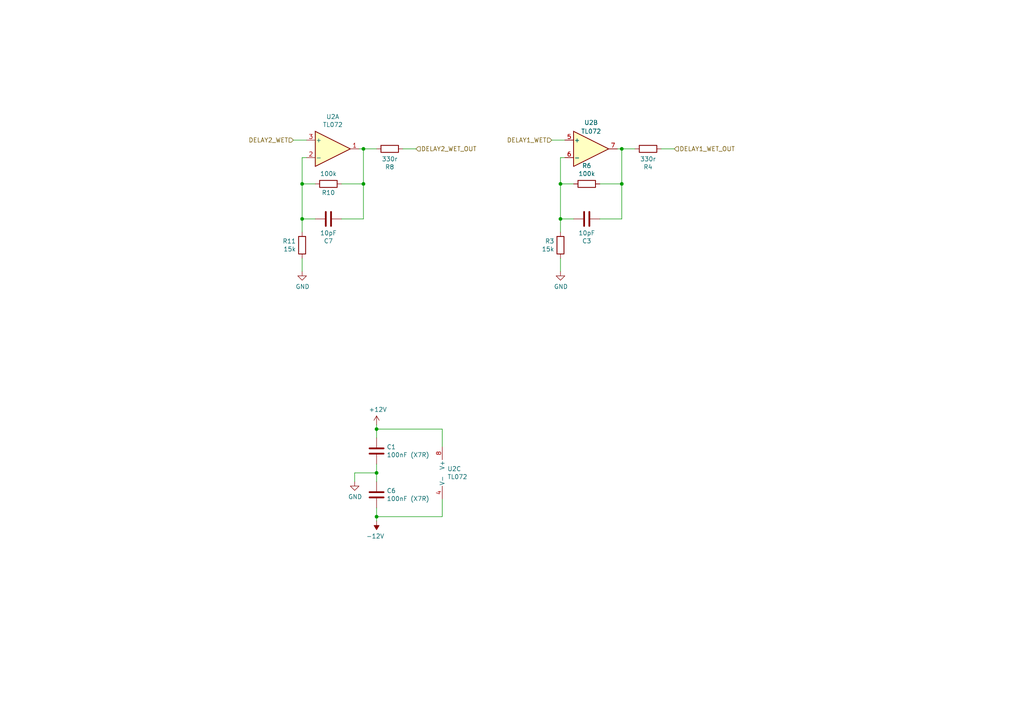
<source format=kicad_sch>
(kicad_sch (version 20211123) (generator eeschema)
  (paper "A4")
  (title_block (date "2022-03-04") (rev "v05") (comment 2 "creativecommons.org/licenses/by/4.0/") (comment 3 "License: CC BY 4.0") (comment 4 "Author: Guy John"))
  (lib_symbols
    (symbol "Amplifier_Operational:TL072" (pin_names (offset 0.127))
      (property "Reference" "U" (at 0 5.08 0))
      (property "Value" "TL072" (at 0 -5.08 0))
      (symbol "TL072_1_1"
        (polyline (pts (xy -5.08 5.08) (xy 5.08 0) (xy -5.08 -5.08) (xy -5.08 5.08)) (stroke (width 0.254)) (fill (type background)))
        (pin output line (at 7.62 0 180) (length 2.54) (name "~") (number "1"))
        (pin input line (at -7.62 -2.54 0) (length 2.54) (name "-") (number "2"))
        (pin input line (at -7.62 2.54 0) (length 2.54) (name "+") (number "3"))
      )
      (symbol "TL072_2_1"
        (polyline (pts (xy -5.08 5.08) (xy 5.08 0) (xy -5.08 -5.08) (xy -5.08 5.08)) (stroke (width 0.254)) (fill (type background)))
        (pin input line (at -7.62 2.54 0) (length 2.54) (name "+") (number "5"))
        (pin input line (at -7.62 -2.54 0) (length 2.54) (name "-") (number "6"))
        (pin output line (at 7.62 0 180) (length 2.54) (name "~") (number "7"))
      )
      (symbol "TL072_3_1"
        (pin power_in line (at -2.54 -7.62 90) (length 3.81) (name "V-") (number "4"))
        (pin power_in line (at -2.54 7.62 270) (length 3.81) (name "V+") (number "8"))
      )
    )
    (symbol "Device:C" (pin_numbers hide) (pin_names (offset 0.254))
      (property "Reference" "C" (at 0.635 2.54 0))
      (property "Value" "C" (at 0.635 -2.54 0))
      (symbol "C_0_1"
        (polyline (pts (xy -2.032 -0.762) (xy 2.032 -0.762)) (stroke (width 0.508)))
        (polyline (pts (xy -2.032 0.762) (xy 2.032 0.762)) (stroke (width 0.508)))
      )
      (symbol "C_1_1"
        (pin passive line (at 0 3.81 270) (length 2.794) (name "~") (number "1"))
        (pin passive line (at 0 -3.81 90) (length 2.794) (name "~") (number "2"))
      )
    )
    (symbol "Device:R" (pin_numbers hide) (pin_names (offset 0))
      (property "Reference" "R" (at 2.032 0 90))
      (property "Value" "R" (at 0 0 90))
      (symbol "R_0_1"
        (rectangle (start -1.016 -2.54) (end 1.016 2.54) (stroke (width 0.254)))
      )
      (symbol "R_1_1"
        (pin passive line (at 0 3.81 270) (length 1.27) (name "~") (number "1"))
        (pin passive line (at 0 -3.81 90) (length 1.27) (name "~") (number "2"))
      )
    )
    (symbol "power:+12V" (power) (pin_names (offset 0))
      (property "Value" "+12V" (at 0 3.556 0))
      (symbol "+12V_0_1"
        (polyline (pts (xy -0.762 1.27) (xy 0 2.54)))
        (polyline (pts (xy 0 0) (xy 0 2.54)))
        (polyline (pts (xy 0 2.54) (xy 0.762 1.27)))
      )
      (symbol "+12V_1_1"
        (pin power_in line (at 0 0 90) (length 0) hide (name "+12V") (number "1"))
      )
    )
    (symbol "power:-12V" (power) (pin_names (offset 0))
      (property "Value" "-12V" (at 0 3.81 0))
      (symbol "-12V_0_0"
        (pin power_in line (at 0 0 90) (length 0) hide (name "-12V") (number "1"))
      )
      (symbol "-12V_0_1"
        (polyline (pts (xy 0 0) (xy 0 1.27) (xy 0.762 1.27) (xy 0 2.54) (xy -0.762 1.27) (xy 0 1.27)) (fill (type outline)))
      )
    )
    (symbol "power:GND" (power) (pin_names (offset 0))
      (property "Value" "GND" (at 0 -3.81 0))
      (symbol "GND_0_1"
        (polyline (pts (xy 0 0) (xy 0 -1.27) (xy 1.27 -1.27) (xy 0 -2.54) (xy -1.27 -1.27) (xy 0 -1.27)))
      )
      (symbol "GND_1_1"
        (pin power_in line (at 0 0 270) (length 0) hide (name "GND") (number "1"))
      )
    )
  )
  (junction (at 109.22 124.46))
  (junction (at 180.34 43.18))
  (junction (at 162.56 63.5))
  (junction (at 162.56 53.34))
  (junction (at 87.63 53.34))
  (junction (at 109.22 149.86))
  (junction (at 105.41 43.18))
  (junction (at 180.34 53.34))
  (junction (at 105.41 53.34))
  (junction (at 109.22 137.16))
  (junction (at 87.63 63.5))
  (wire (pts (xy 105.41 43.18) (xy 109.22 43.18)))
  (wire (pts (xy 109.22 139.7) (xy 109.22 137.16)))
  (wire (pts (xy 85.09 40.64) (xy 88.9 40.64)))
  (wire (pts (xy 128.27 124.46) (xy 128.27 129.54)))
  (wire (pts (xy 173.99 63.5) (xy 180.34 63.5)))
  (wire (pts (xy 99.06 53.34) (xy 105.41 53.34)))
  (wire (pts (xy 102.87 137.16) (xy 102.87 139.7)))
  (wire (pts (xy 109.22 149.86) (xy 128.27 149.86)))
  (wire (pts (xy 109.22 124.46) (xy 128.27 124.46)))
  (wire (pts (xy 109.22 124.46) (xy 109.22 127)))
  (wire (pts (xy 179.07 43.18) (xy 180.34 43.18)))
  (wire (pts (xy 87.63 63.5) (xy 87.63 67.31)))
  (wire (pts (xy 191.77 43.18) (xy 195.58 43.18)))
  (wire (pts (xy 180.34 53.34) (xy 180.34 43.18)))
  (wire (pts (xy 116.84 43.18) (xy 120.65 43.18)))
  (wire (pts (xy 162.56 74.93) (xy 162.56 78.74)))
  (wire (pts (xy 104.14 43.18) (xy 105.41 43.18)))
  (wire (pts (xy 160.02 40.64) (xy 163.83 40.64)))
  (wire (pts (xy 128.27 149.86) (xy 128.27 144.78)))
  (wire (pts (xy 109.22 149.86) (xy 109.22 147.32)))
  (wire (pts (xy 105.41 53.34) (xy 105.41 43.18)))
  (wire (pts (xy 87.63 53.34) (xy 87.63 63.5)))
  (wire (pts (xy 162.56 53.34) (xy 166.37 53.34)))
  (wire (pts (xy 162.56 45.72) (xy 162.56 53.34)))
  (wire (pts (xy 105.41 63.5) (xy 105.41 53.34)))
  (wire (pts (xy 180.34 63.5) (xy 180.34 53.34)))
  (wire (pts (xy 99.06 63.5) (xy 105.41 63.5)))
  (wire (pts (xy 180.34 43.18) (xy 184.15 43.18)))
  (wire (pts (xy 162.56 63.5) (xy 162.56 67.31)))
  (wire (pts (xy 109.22 151.13) (xy 109.22 149.86)))
  (wire (pts (xy 162.56 63.5) (xy 166.37 63.5)))
  (wire (pts (xy 87.63 63.5) (xy 91.44 63.5)))
  (wire (pts (xy 109.22 137.16) (xy 102.87 137.16)))
  (wire (pts (xy 87.63 45.72) (xy 88.9 45.72)))
  (wire (pts (xy 87.63 45.72) (xy 87.63 53.34)))
  (wire (pts (xy 162.56 45.72) (xy 163.83 45.72)))
  (wire (pts (xy 162.56 53.34) (xy 162.56 63.5)))
  (wire (pts (xy 109.22 124.46) (xy 109.22 123.19)))
  (wire (pts (xy 109.22 137.16) (xy 109.22 134.62)))
  (wire (pts (xy 173.99 53.34) (xy 180.34 53.34)))
  (wire (pts (xy 87.63 53.34) (xy 91.44 53.34)))
  (wire (pts (xy 87.63 74.93) (xy 87.63 78.74)))
  (hierarchical_label "DELAY2_WET" (shape input) (at 85.09 40.64 180))
  (hierarchical_label "DELAY1_WET" (shape input) (at 160.02 40.64 180))
  (hierarchical_label "DELAY1_WET_OUT" (shape input) (at 195.58 43.18 0))
  (hierarchical_label "DELAY2_WET_OUT" (shape input) (at 120.65 43.18 0))
  (symbol (lib_id "Device:R") (at 87.63 71.12 0) (mirror x) (unit 1)
    (property "Reference" "R11" (at 85.852 69.9516 0) (effects (justify right)))
    (property "Value" "15k" (at 85.852 72.263 0) (effects (justify right)))
    (property "Footprint" "Rumblesan_Footprints:Resistor_THT_L6.3mm_D2.5mm_P10.16mm_Horizontal" (effects hide))
  )
  (symbol (lib_id "Device:C") (at 95.25 63.5 270) (mirror x) (unit 1)
    (property "Reference" "C7" (at 95.25 69.9008 90))
    (property "Value" "10pF" (at 95.25 67.5894 90))
    (property "Footprint" "Rumblesan_Footprints:C_Rect_L7.0mm_W3.5mm_P5.00mm" (effects hide))
  )
  (symbol (lib_id "Device:R") (at 95.25 53.34 270) (mirror x) (unit 1)
    (property "Reference" "R10" (at 95.25 55.88 90))
    (property "Value" "100k" (at 95.25 50.3936 90))
    (property "Footprint" "Rumblesan_Footprints:Resistor_THT_L6.3mm_D2.5mm_P10.16mm_Horizontal" (effects hide))
  )
  (symbol (lib_id "Amplifier_Operational:TL072") (at 171.45 43.18 0) (unit 2)
    (property "Reference" "U2" (at 171.45 35.56 0))
    (property "Value" "TL072" (at 171.45 38.1 0))
    (property "Footprint" "Rumblesan_Footprints:DIP-8_W7.62mm_Socket" (effects hide))
    (property "Datasheet" "http://www.ti.com/lit/ds/symlink/tl071.pdf" (effects hide))
  )
  (symbol (lib_id "Device:R") (at 162.56 71.12 0) (mirror x) (unit 1)
    (property "Reference" "R3" (at 160.782 69.9516 0) (effects (justify right)))
    (property "Value" "15k" (at 160.782 72.263 0) (effects (justify right)))
    (property "Footprint" "Rumblesan_Footprints:Resistor_THT_L6.3mm_D2.5mm_P10.16mm_Horizontal" (effects hide))
  )
  (symbol (lib_id "Device:C") (at 170.18 63.5 270) (mirror x) (unit 1)
    (property "Reference" "C3" (at 170.18 69.9008 90))
    (property "Value" "10pF" (at 170.18 67.5894 90))
    (property "Footprint" "Rumblesan_Footprints:C_Rect_L7.0mm_W3.5mm_P5.00mm" (effects hide))
  )
  (symbol (lib_id "Amplifier_Operational:TL072") (at 96.52 43.18 0) (unit 1)
    (property "Reference" "U2" (at 96.52 33.8582 0))
    (property "Value" "TL072" (at 96.52 36.1696 0))
    (property "Footprint" "Rumblesan_Footprints:DIP-8_W7.62mm_Socket" (effects hide))
    (property "Datasheet" "http://www.ti.com/lit/ds/symlink/tl071.pdf" (effects hide))
  )
  (symbol (lib_id "Device:R") (at 170.18 53.34 270) (mirror x) (unit 1)
    (property "Reference" "R6" (at 170.18 48.0822 90))
    (property "Value" "100k" (at 170.18 50.3936 90))
    (property "Footprint" "Rumblesan_Footprints:Resistor_THT_L6.3mm_D2.5mm_P10.16mm_Horizontal" (effects hide))
  )
  (symbol (lib_id "Amplifier_Operational:TL072") (at 130.81 137.16 0) (unit 3)
    (property "Reference" "U2" (at 129.7432 135.9916 0) (effects (justify left)))
    (property "Value" "TL072" (at 129.7432 138.303 0) (effects (justify left)))
    (property "Footprint" "Rumblesan_Footprints:DIP-8_W7.62mm_Socket" (effects hide))
    (property "Datasheet" "http://www.ti.com/lit/ds/symlink/tl071.pdf" (effects hide))
  )
  (symbol (lib_id "Device:C") (at 109.22 130.81 180) (unit 1)
    (property "Reference" "C1" (at 112.141 129.6416 0) (effects (justify right)))
    (property "Value" "100nF (X7R)" (at 112.141 131.953 0) (effects (justify right)))
    (property "Footprint" "Rumblesan_Footprints:C_Rect_L7.0mm_W3.5mm_P5.00mm" (effects hide))
  )
  (symbol (lib_id "Device:C") (at 109.22 143.51 180) (unit 1)
    (property "Reference" "C6" (at 112.141 142.3416 0) (effects (justify right)))
    (property "Value" "100nF (X7R)" (at 112.141 144.653 0) (effects (justify right)))
    (property "Footprint" "Rumblesan_Footprints:C_Rect_L7.0mm_W3.5mm_P5.00mm" (effects hide))
  )
  (symbol (lib_id "Device:R") (at 187.96 43.18 270) (mirror x) (unit 1)
    (property "Reference" "R4" (at 187.96 48.4378 90))
    (property "Value" "330r" (at 187.96 46.1264 90))
    (property "Footprint" "Rumblesan_Footprints:Resistor_THT_L6.3mm_D2.5mm_P10.16mm_Horizontal" (effects hide))
  )
  (symbol (lib_id "Device:R") (at 113.03 43.18 270) (mirror x) (unit 1)
    (property "Reference" "R8" (at 113.03 48.4378 90))
    (property "Value" "330r" (at 113.03 46.1264 90))
    (property "Footprint" "Rumblesan_Footprints:Resistor_THT_L6.3mm_D2.5mm_P10.16mm_Horizontal" (effects hide))
  )
  (symbol (lib_id "power:-12V") (at 109.22 151.13 180) (unit 1)
    (property "Reference" "#PWR0155" (effects hide))
    (property "Value" "-12V" (at 108.839 155.5242 0))
  )
  (symbol (lib_id "power:+12V") (at 109.22 123.19 0) (unit 1)
    (property "Reference" "#PWR0154" (effects hide))
    (property "Value" "+12V" (at 109.601 118.7958 0))
  )
  (symbol (lib_id "power:GND") (at 87.63 78.74 0) (unit 1)
    (property "Reference" "#PWR0152" (effects hide))
    (property "Value" "GND" (at 87.757 83.1342 0))
  )
  (symbol (lib_id "power:GND") (at 102.87 139.7 0) (unit 1)
    (property "Reference" "#PWR0153" (effects hide))
    (property "Value" "GND" (at 102.997 144.0942 0))
  )
  (symbol (lib_id "power:GND") (at 162.56 78.74 0) (unit 1)
    (property "Reference" "#PWR0151" (effects hide))
    (property "Value" "GND" (at 162.687 83.1342 0))
  )
)
</source>
